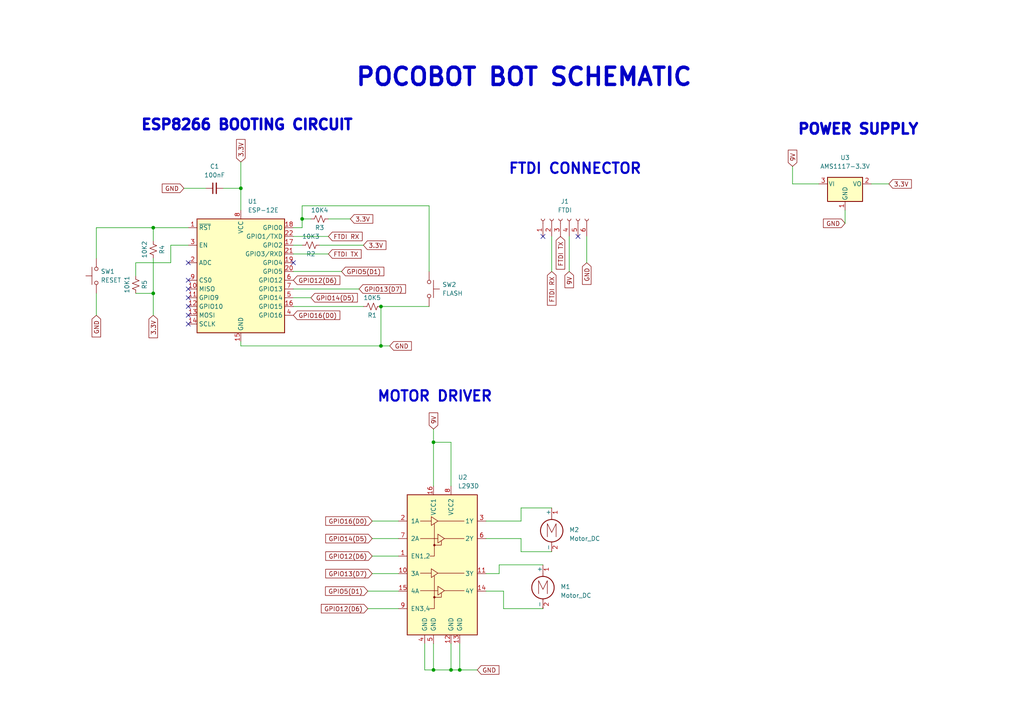
<source format=kicad_sch>
(kicad_sch (version 20211123) (generator eeschema)
  (paper "A4")
  (lib_symbols
    (symbol "Connector:Conn_01x06_Female" (pin_names (offset 1.016) hide)
      (property "Reference" "J" (at 0 7.62 0))
      (property "Value" "Conn_01x06_Female" (at 0 -10.16 0))
      (symbol "Conn_01x06_Female_1_1"
        (arc (start 0 -7.112) (mid -0.508 -7.62) (end 0 -8.128) (stroke (width 0.1524)))
        (arc (start 0 -4.572) (mid -0.508 -5.08) (end 0 -5.588) (stroke (width 0.1524)))
        (arc (start 0 -2.032) (mid -0.508 -2.54) (end 0 -3.048) (stroke (width 0.1524)))
        (polyline (pts (xy -1.27 -7.62) (xy -0.508 -7.62)) (stroke (width 0.1524)))
        (polyline (pts (xy -1.27 -5.08) (xy -0.508 -5.08)) (stroke (width 0.1524)))
        (polyline (pts (xy -1.27 -2.54) (xy -0.508 -2.54)) (stroke (width 0.1524)))
        (polyline (pts (xy -1.27 0) (xy -0.508 0)) (stroke (width 0.1524)))
        (polyline (pts (xy -1.27 2.54) (xy -0.508 2.54)) (stroke (width 0.1524)))
        (polyline (pts (xy -1.27 5.08) (xy -0.508 5.08)) (stroke (width 0.1524)))
        (arc (start 0 0.508) (mid -0.508 0) (end 0 -0.508) (stroke (width 0.1524)))
        (arc (start 0 3.048) (mid -0.508 2.54) (end 0 2.032) (stroke (width 0.1524)))
        (arc (start 0 5.588) (mid -0.508 5.08) (end 0 4.572) (stroke (width 0.1524)))
        (pin passive line (at -5.08 5.08 0) (length 3.81) (name "Pin_1") (number "1"))
        (pin passive line (at -5.08 2.54 0) (length 3.81) (name "Pin_2") (number "2"))
        (pin passive line (at -5.08 0 0) (length 3.81) (name "Pin_3") (number "3"))
        (pin passive line (at -5.08 -2.54 0) (length 3.81) (name "Pin_4") (number "4"))
        (pin passive line (at -5.08 -5.08 0) (length 3.81) (name "Pin_5") (number "5"))
        (pin passive line (at -5.08 -7.62 0) (length 3.81) (name "Pin_6") (number "6"))
      )
    )
    (symbol "Device:C_Small" (pin_numbers hide) (pin_names (offset 0.254) hide)
      (property "Reference" "C" (at 0.254 1.778 0))
      (property "Value" "C_Small" (at 0.254 -2.032 0))
      (symbol "C_Small_0_1"
        (polyline (pts (xy -1.524 -0.508) (xy 1.524 -0.508)) (stroke (width 0.3302)))
        (polyline (pts (xy -1.524 0.508) (xy 1.524 0.508)) (stroke (width 0.3048)))
      )
      (symbol "C_Small_1_1"
        (pin passive line (at 0 2.54 270) (length 2.032) (name "~") (number "1"))
        (pin passive line (at 0 -2.54 90) (length 2.032) (name "~") (number "2"))
      )
    )
    (symbol "Device:R_Small_US" (pin_numbers hide) (pin_names (offset 0.254) hide)
      (property "Reference" "R" (at 0.762 0.508 0))
      (property "Value" "R_Small_US" (at 0.762 -1.016 0))
      (symbol "R_Small_US_1_1"
        (polyline (pts (xy 0 0) (xy 1.016 -0.381) (xy 0 -0.762) (xy -1.016 -1.143) (xy 0 -1.524)))
        (polyline (pts (xy 0 1.524) (xy 1.016 1.143) (xy 0 0.762) (xy -1.016 0.381) (xy 0 0)))
        (pin passive line (at 0 2.54 270) (length 1.016) (name "~") (number "1"))
        (pin passive line (at 0 -2.54 90) (length 1.016) (name "~") (number "2"))
      )
    )
    (symbol "Driver_Motor:L293D" (pin_names (offset 1.016))
      (property "Reference" "U" (at -5.08 26.035 0))
      (property "Value" "L293D" (at -5.08 24.13 0))
      (symbol "L293D_0_1"
        (rectangle (start -10.16 22.86) (end 10.16 -17.78) (stroke (width 0.254)) (fill (type background)))
        (circle (center -2.286 -6.858) (radius 0.254) (fill (type outline)))
        (circle (center -2.286 8.255) (radius 0.254) (fill (type outline)))
        (polyline (pts (xy -6.35 -4.953) (xy -1.27 -4.953)))
        (polyline (pts (xy -6.35 0.127) (xy -3.175 0.127)))
        (polyline (pts (xy -6.35 10.16) (xy -1.27 10.16)))
        (polyline (pts (xy -6.35 15.24) (xy -3.175 15.24)))
        (polyline (pts (xy -1.27 0.127) (xy 6.35 0.127)))
        (polyline (pts (xy -1.27 15.24) (xy 6.35 15.24)))
        (polyline (pts (xy 0.635 -4.953) (xy 6.35 -4.953)))
        (polyline (pts (xy 0.635 10.16) (xy 6.35 10.16)))
        (polyline (pts (xy -2.286 -6.858) (xy -0.254 -6.858) (xy -0.254 -5.588)))
        (polyline (pts (xy -2.286 -0.635) (xy -2.286 -10.16) (xy -3.556 -10.16)))
        (polyline (pts (xy -2.286 8.255) (xy -0.254 8.255) (xy -0.254 9.525)))
        (polyline (pts (xy -2.286 14.478) (xy -2.286 5.08) (xy -3.556 5.08)))
        (polyline (pts (xy -3.175 1.397) (xy -3.175 -1.143) (xy -1.27 0.127) (xy -3.175 1.397)))
        (polyline (pts (xy -3.175 16.51) (xy -3.175 13.97) (xy -1.27 15.24) (xy -3.175 16.51)))
        (polyline (pts (xy -1.27 -3.683) (xy -1.27 -6.223) (xy 0.635 -4.953) (xy -1.27 -3.683)))
        (polyline (pts (xy -1.27 11.43) (xy -1.27 8.89) (xy 0.635 10.16) (xy -1.27 11.43)))
      )
      (symbol "L293D_1_1"
        (pin input line (at -12.7 5.08 0) (length 2.54) (name "EN1,2") (number "1"))
        (pin input line (at -12.7 0 0) (length 2.54) (name "3A") (number "10"))
        (pin output line (at 12.7 0 180) (length 2.54) (name "3Y") (number "11"))
        (pin power_in line (at 2.54 -20.32 90) (length 2.54) (name "GND") (number "12"))
        (pin power_in line (at 5.08 -20.32 90) (length 2.54) (name "GND") (number "13"))
        (pin output line (at 12.7 -5.08 180) (length 2.54) (name "4Y") (number "14"))
        (pin input line (at -12.7 -5.08 0) (length 2.54) (name "4A") (number "15"))
        (pin power_in line (at -2.54 25.4 270) (length 2.54) (name "VCC1") (number "16"))
        (pin input line (at -12.7 15.24 0) (length 2.54) (name "1A") (number "2"))
        (pin output line (at 12.7 15.24 180) (length 2.54) (name "1Y") (number "3"))
        (pin power_in line (at -5.08 -20.32 90) (length 2.54) (name "GND") (number "4"))
        (pin power_in line (at -2.54 -20.32 90) (length 2.54) (name "GND") (number "5"))
        (pin output line (at 12.7 10.16 180) (length 2.54) (name "2Y") (number "6"))
        (pin input line (at -12.7 10.16 0) (length 2.54) (name "2A") (number "7"))
        (pin power_in line (at 2.54 25.4 270) (length 2.54) (name "VCC2") (number "8"))
        (pin input line (at -12.7 -10.16 0) (length 2.54) (name "EN3,4") (number "9"))
      )
    )
    (symbol "Motor:Motor_DC" (pin_names (offset 0))
      (property "Reference" "M" (at 2.54 2.54 0))
      (property "Value" "Motor_DC" (at 2.54 -5.08 0))
      (symbol "Motor_DC_0_0"
        (polyline (pts (xy -1.27 -3.302) (xy -1.27 0.508) (xy 0 -2.032) (xy 1.27 0.508) (xy 1.27 -3.302)))
      )
      (symbol "Motor_DC_0_1"
        (circle (center 0 -1.524) (radius 3.2512) (stroke (width 0.254)))
        (polyline (pts (xy 0 -7.62) (xy 0 -7.112)))
        (polyline (pts (xy 0 -4.7752) (xy 0 -5.1816)))
        (polyline (pts (xy 0 1.7272) (xy 0 2.0828)))
        (polyline (pts (xy 0 2.032) (xy 0 2.54)))
      )
      (symbol "Motor_DC_1_1"
        (pin passive line (at 0 5.08 270) (length 2.54) (name "+") (number "1"))
        (pin passive line (at 0 -7.62 90) (length 2.54) (name "-") (number "2"))
      )
    )
    (symbol "RF_Module:ESP-12E"
      (property "Reference" "U" (at -12.7 19.05 0))
      (property "Value" "ESP-12E" (at 12.7 19.05 0))
      (symbol "ESP-12E_0_1"
        (rectangle (start -12.7 17.78) (end 12.7 -15.24) (stroke (width 0.254)) (fill (type background)))
      )
      (symbol "ESP-12E_1_1"
        (pin input line (at -15.24 15.24 0) (length 2.54) (name "~{RST}") (number "1"))
        (pin bidirectional line (at -15.24 -2.54 0) (length 2.54) (name "MISO") (number "10"))
        (pin bidirectional line (at -15.24 -5.08 0) (length 2.54) (name "GPIO9") (number "11"))
        (pin bidirectional line (at -15.24 -7.62 0) (length 2.54) (name "GPIO10") (number "12"))
        (pin bidirectional line (at -15.24 -10.16 0) (length 2.54) (name "MOSI") (number "13"))
        (pin bidirectional line (at -15.24 -12.7 0) (length 2.54) (name "SCLK") (number "14"))
        (pin power_in line (at 0 -17.78 90) (length 2.54) (name "GND") (number "15"))
        (pin bidirectional line (at 15.24 -7.62 180) (length 2.54) (name "GPIO15") (number "16"))
        (pin bidirectional line (at 15.24 10.16 180) (length 2.54) (name "GPIO2") (number "17"))
        (pin bidirectional line (at 15.24 15.24 180) (length 2.54) (name "GPIO0") (number "18"))
        (pin bidirectional line (at 15.24 5.08 180) (length 2.54) (name "GPIO4") (number "19"))
        (pin input line (at -15.24 5.08 0) (length 2.54) (name "ADC") (number "2"))
        (pin bidirectional line (at 15.24 2.54 180) (length 2.54) (name "GPIO5") (number "20"))
        (pin bidirectional line (at 15.24 7.62 180) (length 2.54) (name "GPIO3/RXD") (number "21"))
        (pin bidirectional line (at 15.24 12.7 180) (length 2.54) (name "GPIO1/TXD") (number "22"))
        (pin input line (at -15.24 10.16 0) (length 2.54) (name "EN") (number "3"))
        (pin bidirectional line (at 15.24 -10.16 180) (length 2.54) (name "GPIO16") (number "4"))
        (pin bidirectional line (at 15.24 -5.08 180) (length 2.54) (name "GPIO14") (number "5"))
        (pin bidirectional line (at 15.24 0 180) (length 2.54) (name "GPIO12") (number "6"))
        (pin bidirectional line (at 15.24 -2.54 180) (length 2.54) (name "GPIO13") (number "7"))
        (pin power_in line (at 0 20.32 270) (length 2.54) (name "VCC") (number "8"))
        (pin input line (at -15.24 0 0) (length 2.54) (name "CS0") (number "9"))
      )
    )
    (symbol "Regulator_Linear:AMS1117-3.3" (pin_names (offset 0.254))
      (property "Reference" "U" (at -3.81 3.175 0))
      (property "Value" "AMS1117-3.3" (at 0 3.175 0))
      (symbol "AMS1117-3.3_0_1"
        (rectangle (start -5.08 -5.08) (end 5.08 1.905) (stroke (width 0.254)) (fill (type background)))
      )
      (symbol "AMS1117-3.3_1_1"
        (pin power_in line (at 0 -7.62 90) (length 2.54) (name "GND") (number "1"))
        (pin power_out line (at 7.62 0 180) (length 2.54) (name "VO") (number "2"))
        (pin power_in line (at -7.62 0 0) (length 2.54) (name "VI") (number "3"))
      )
    )
    (symbol "Switch:SW_MEC_5G" (pin_numbers hide) (pin_names (offset 1.016) hide)
      (property "Reference" "SW" (at 1.27 2.54 0))
      (property "Value" "SW_MEC_5G" (at 0 -1.524 0))
      (symbol "SW_MEC_5G_0_1"
        (circle (center -2.032 0) (radius 0.508))
        (polyline (pts (xy 0 1.27) (xy 0 3.048)))
        (polyline (pts (xy 2.54 1.27) (xy -2.54 1.27)))
        (circle (center 2.032 0) (radius 0.508))
        (pin passive line (at -5.08 0 0) (length 2.54) (name "A") (number "1"))
        (pin passive line (at 5.08 0 180) (length 2.54) (name "B") (number "3"))
      )
      (symbol "SW_MEC_5G_1_1"
        (pin passive line (at -5.08 0 0) (length 2.54) hide (name "A") (number "2"))
        (pin passive line (at 5.08 0 180) (length 2.54) hide (name "B") (number "4"))
      )
    )
  )
  (junction (at 44.45 66.04))
  (junction (at 110.49 88.9))
  (junction (at 87.63 63.5))
  (junction (at 125.73 194.31))
  (junction (at 69.85 54.61))
  (junction (at 44.45 85.09))
  (junction (at 110.49 100.33))
  (junction (at 133.35 194.31))
  (junction (at 130.81 194.31))
  (junction (at 125.73 128.27))
  (no_connect (at 54.61 76.2))
  (no_connect (at 85.09 76.2))
  (no_connect (at 54.61 91.44))
  (no_connect (at 54.61 81.28))
  (no_connect (at 54.61 86.36))
  (no_connect (at 167.64 68.58))
  (no_connect (at 157.48 68.58))
  (no_connect (at 54.61 88.9))
  (no_connect (at 54.61 93.98))
  (no_connect (at 54.61 83.82))
  (wire (pts (xy 123.19 194.31) (xy 125.73 194.31)))
  (wire (pts (xy 69.85 46.99) (xy 69.85 54.61)))
  (wire (pts (xy 146.05 171.45) (xy 140.97 171.45)))
  (wire (pts (xy 125.73 140.97) (xy 125.73 128.27)))
  (wire (pts (xy 39.37 76.2) (xy 49.53 76.2)))
  (wire (pts (xy 85.09 73.66) (xy 95.25 73.66)))
  (wire (pts (xy 39.37 80.01) (xy 39.37 76.2)))
  (wire (pts (xy 44.45 66.04) (xy 44.45 69.85)))
  (wire (pts (xy 85.09 68.58) (xy 95.25 68.58)))
  (wire (pts (xy 107.95 156.21) (xy 115.57 156.21)))
  (wire (pts (xy 85.09 86.36) (xy 90.17 86.36)))
  (wire (pts (xy 144.78 166.37) (xy 140.97 166.37)))
  (wire (pts (xy 110.49 88.9) (xy 110.49 100.33)))
  (wire (pts (xy 49.53 71.12) (xy 54.61 71.12)))
  (wire (pts (xy 87.63 66.04) (xy 87.63 63.5)))
  (wire (pts (xy 110.49 100.33) (xy 113.03 100.33)))
  (wire (pts (xy 64.77 54.61) (xy 69.85 54.61)))
  (wire (pts (xy 27.94 85.09) (xy 27.94 91.44)))
  (wire (pts (xy 87.63 63.5) (xy 90.17 63.5)))
  (wire (pts (xy 151.13 160.02) (xy 151.13 156.21)))
  (wire (pts (xy 107.95 166.37) (xy 115.57 166.37)))
  (wire (pts (xy 151.13 147.32) (xy 160.02 147.32)))
  (wire (pts (xy 123.19 186.69) (xy 123.19 194.31)))
  (wire (pts (xy 27.94 74.93) (xy 27.94 66.04)))
  (wire (pts (xy 44.45 74.93) (xy 44.45 85.09)))
  (wire (pts (xy 69.85 99.06) (xy 69.85 100.33)))
  (wire (pts (xy 125.73 124.46) (xy 125.73 128.27)))
  (wire (pts (xy 170.18 76.2) (xy 170.18 68.58)))
  (wire (pts (xy 160.02 78.74) (xy 160.02 68.58)))
  (wire (pts (xy 53.34 54.61) (xy 59.69 54.61)))
  (wire (pts (xy 69.85 100.33) (xy 110.49 100.33)))
  (wire (pts (xy 125.73 186.69) (xy 125.73 194.31)))
  (wire (pts (xy 99.06 78.74) (xy 85.09 78.74)))
  (wire (pts (xy 125.73 194.31) (xy 130.81 194.31)))
  (wire (pts (xy 157.48 176.53) (xy 146.05 176.53)))
  (wire (pts (xy 85.09 88.9) (xy 105.41 88.9)))
  (wire (pts (xy 106.68 171.45) (xy 115.57 171.45)))
  (wire (pts (xy 85.09 83.82) (xy 104.14 83.82)))
  (wire (pts (xy 144.78 163.83) (xy 144.78 166.37)))
  (wire (pts (xy 87.63 59.69) (xy 124.46 59.69)))
  (wire (pts (xy 106.68 176.53) (xy 115.57 176.53)))
  (wire (pts (xy 44.45 85.09) (xy 39.37 85.09)))
  (wire (pts (xy 95.25 63.5) (xy 101.6 63.5)))
  (wire (pts (xy 69.85 54.61) (xy 69.85 60.96)))
  (wire (pts (xy 151.13 151.13) (xy 151.13 147.32)))
  (wire (pts (xy 85.09 71.12) (xy 87.63 71.12)))
  (wire (pts (xy 130.81 194.31) (xy 133.35 194.31)))
  (wire (pts (xy 151.13 156.21) (xy 140.97 156.21)))
  (wire (pts (xy 27.94 66.04) (xy 44.45 66.04)))
  (wire (pts (xy 237.49 53.34) (xy 229.87 53.34)))
  (wire (pts (xy 44.45 66.04) (xy 54.61 66.04)))
  (wire (pts (xy 124.46 78.74) (xy 124.46 59.69)))
  (wire (pts (xy 49.53 76.2) (xy 49.53 71.12)))
  (wire (pts (xy 107.95 151.13) (xy 115.57 151.13)))
  (wire (pts (xy 252.73 53.34) (xy 257.81 53.34)))
  (wire (pts (xy 133.35 186.69) (xy 133.35 194.31)))
  (wire (pts (xy 160.02 160.02) (xy 151.13 160.02)))
  (wire (pts (xy 110.49 88.9) (xy 124.46 88.9)))
  (wire (pts (xy 140.97 151.13) (xy 151.13 151.13)))
  (wire (pts (xy 130.81 128.27) (xy 125.73 128.27)))
  (wire (pts (xy 92.71 71.12) (xy 105.41 71.12)))
  (wire (pts (xy 157.48 163.83) (xy 144.78 163.83)))
  (wire (pts (xy 146.05 176.53) (xy 146.05 171.45)))
  (wire (pts (xy 87.63 59.69) (xy 87.63 63.5)))
  (wire (pts (xy 229.87 53.34) (xy 229.87 48.26)))
  (wire (pts (xy 133.35 194.31) (xy 138.43 194.31)))
  (wire (pts (xy 130.81 186.69) (xy 130.81 194.31)))
  (wire (pts (xy 107.95 161.29) (xy 115.57 161.29)))
  (wire (pts (xy 44.45 85.09) (xy 44.45 91.44)))
  (wire (pts (xy 85.09 66.04) (xy 87.63 66.04)))
  (wire (pts (xy 130.81 140.97) (xy 130.81 128.27)))
  (wire (pts (xy 165.1 78.74) (xy 165.1 68.58)))
  (wire (pts (xy 245.11 64.77) (xy 245.11 60.96)))
  (text "POWER SUPPLY\n" (at 231.14 39.37 0) (effects (font (size 3 3) (thickness 1) bold) (justify left bottom)))
  (text "FTDI CONNECTOR\n" (at 147.32 50.8 0) (effects (font (size 3 3) bold) (justify left bottom)))
  (text "MOTOR DRIVER\n" (at 109.22 116.84 0) (effects (font (size 3 3) (thickness 0.6) bold) (justify left bottom)))
  (text "POCOBOT BOT SCHEMATIC" (at 102.87 25.4 0) (effects (font (size 5 5) (thickness 1) bold) (justify left bottom)))
  (text "ESP8266 BOOTING CIRCUIT" (at 40.64 38.1 0) (effects (font (size 3 3) (thickness 1) bold) (justify left bottom)))
  (global_label "3.3V" (shape input) (at 257.81 53.34 0) (property "Intersheet References" "${INTERSHEET_REFS}" (effects hide)))
  (global_label "9V" (shape input) (at 125.73 124.46 90) (property "Intersheet References" "${INTERSHEET_REFS}" (effects hide)))
  (global_label "GPIO5(D1)" (shape input) (at 99.06 78.74 0) (property "Intersheet References" "${INTERSHEET_REFS}" (effects hide)))
  (global_label "GND" (shape input) (at 245.11 64.77 180) (property "Intersheet References" "${INTERSHEET_REFS}" (effects hide)))
  (global_label "GND" (shape input) (at 138.43 194.31 0) (property "Intersheet References" "${INTERSHEET_REFS}" (effects hide)))
  (global_label "GPIO14(D5)" (shape input) (at 90.17 86.36 0) (property "Intersheet References" "${INTERSHEET_REFS}" (effects hide)))
  (global_label "FTDI TX" (shape input) (at 162.56 68.58 270) (property "Intersheet References" "${INTERSHEET_REFS}" (effects hide)))
  (global_label "9V" (shape input) (at 229.87 48.26 90) (property "Intersheet References" "${INTERSHEET_REFS}" (effects hide)))
  (global_label "3.3V" (shape input) (at 101.6 63.5 0) (property "Intersheet References" "${INTERSHEET_REFS}" (effects hide)))
  (global_label "FTDI RX" (shape input) (at 160.02 78.74 270) (property "Intersheet References" "${INTERSHEET_REFS}" (effects hide)))
  (global_label "FTDI TX" (shape input) (at 95.25 73.66 0) (property "Intersheet References" "${INTERSHEET_REFS}" (effects hide)))
  (global_label "3.3V" (shape input) (at 69.85 46.99 90) (property "Intersheet References" "${INTERSHEET_REFS}" (effects hide)))
  (global_label "GPIO12(D6)" (shape input) (at 106.68 176.53 180) (property "Intersheet References" "${INTERSHEET_REFS}" (effects hide)))
  (global_label "FTDI RX" (shape input) (at 95.25 68.58 0) (property "Intersheet References" "${INTERSHEET_REFS}" (effects hide)))
  (global_label "GND" (shape input) (at 170.18 76.2 270) (property "Intersheet References" "${INTERSHEET_REFS}" (effects hide)))
  (global_label "GPIO16(D0)" (shape input) (at 85.09 91.44 0) (property "Intersheet References" "${INTERSHEET_REFS}" (effects hide)))
  (global_label "GPIO12(D6)" (shape input) (at 85.09 81.28 0) (property "Intersheet References" "${INTERSHEET_REFS}" (effects hide)))
  (global_label "GPIO12(D6)" (shape input) (at 107.95 161.29 180) (property "Intersheet References" "${INTERSHEET_REFS}" (effects hide)))
  (global_label "GPIO16(D0)" (shape input) (at 107.95 151.13 180) (property "Intersheet References" "${INTERSHEET_REFS}" (effects hide)))
  (global_label "3.3V" (shape input) (at 105.41 71.12 0) (property "Intersheet References" "${INTERSHEET_REFS}" (effects hide)))
  (global_label "GND" (shape input) (at 53.34 54.61 180) (property "Intersheet References" "${INTERSHEET_REFS}" (effects hide)))
  (global_label "9V" (shape input) (at 165.1 78.74 270) (property "Intersheet References" "${INTERSHEET_REFS}" (effects hide)))
  (global_label "GPIO13(D7)" (shape input) (at 104.14 83.82 0) (property "Intersheet References" "${INTERSHEET_REFS}" (effects hide)))
  (global_label "GND" (shape input) (at 113.03 100.33 0) (property "Intersheet References" "${INTERSHEET_REFS}" (effects hide)))
  (global_label "GPIO14(D5)" (shape input) (at 107.95 156.21 180) (property "Intersheet References" "${INTERSHEET_REFS}" (effects hide)))
  (global_label "GPIO5(D1)" (shape input) (at 106.68 171.45 180) (property "Intersheet References" "${INTERSHEET_REFS}" (effects hide)))
  (global_label "3.3V" (shape input) (at 44.45 91.44 270) (property "Intersheet References" "${INTERSHEET_REFS}" (effects hide)))
  (global_label "GND" (shape input) (at 27.94 91.44 270) (property "Intersheet References" "${INTERSHEET_REFS}" (effects hide)))
  (global_label "GPIO13(D7)" (shape input) (at 107.95 166.37 180) (property "Intersheet References" "${INTERSHEET_REFS}" (effects hide)))
  (symbol (lib_id "Device:C_Small") (at 62.23 54.61 90) (unit 1)
    (property "Reference" "C1" (at 62.2363 48.26 90))
    (property "Value" "100nF" (at 62.2363 50.8 90))
    (property "Footprint" "Capacitor_SMD:C_0805_2012Metric" (effects hide))
  )
  (symbol (lib_id "Device:R_Small_US") (at 90.17 71.12 90) (unit 1)
    (property "Reference" "10K3" (at 90.17 68.58 90))
    (property "Value" "R2" (at 90.17 73.66 90))
    (property "Footprint" "Resistor_SMD:R_0805_2012Metric" (effects hide))
  )
  (symbol (lib_id "Switch:SW_MEC_5G") (at 27.94 80.01 90) (unit 1)
    (property "Reference" "SW1" (at 29.21 78.7399 90) (effects (justify right)))
    (property "Value" "RESET" (at 29.21 81.2799 90) (effects (justify right)))
    (property "Footprint" "Button_Switch_SMD:SW_SPST_Omron_B3FS-105xP" (effects hide))
    (property "Datasheet" "http://www.apem.com/int/index.php?controller=attachment&id_attachment=488" (effects hide))
  )
  (symbol (lib_id "Device:R_Small_US") (at 92.71 63.5 90) (unit 1)
    (property "Reference" "10K4" (at 92.71 60.96 90))
    (property "Value" "R3" (at 92.71 66.04 90))
    (property "Footprint" "Resistor_SMD:R_0805_2012Metric" (effects hide))
  )
  (symbol (lib_id "Motor:Motor_DC") (at 157.48 168.91 0) (unit 1)
    (property "Reference" "M1" (at 162.56 170.1799 0) (effects (justify left)))
    (property "Value" "Motor_DC" (at 162.56 172.7199 0) (effects (justify left)))
    (property "Footprint" "TerminalBlock_4Ucon:TerminalBlock_4Ucon_1x02_P3.50mm_Horizontal" (effects hide))
  )
  (symbol (lib_id "Regulator_Linear:AMS1117-3.3") (at 245.11 53.34 0) (unit 1)
    (property "Reference" "U3" (at 245.11 45.72 0))
    (property "Value" "AMS1117-3.3V" (at 245.11 48.26 0))
    (property "Footprint" "Package_TO_SOT_SMD:SOT-223-3_TabPin2" (effects hide))
    (property "Datasheet" "http://www.advanced-monolithic.com/pdf/ds1117.pdf" (effects hide))
  )
  (symbol (lib_id "Connector:Conn_01x06_Female") (at 162.56 63.5 90) (unit 1)
    (property "Reference" "J1" (at 163.83 58.42 90))
    (property "Value" "FTDI" (at 163.83 60.96 90))
    (property "Footprint" "Connector_JST:JST_EH_S6B-EH_1x06_P2.50mm_Horizontal" (effects hide))
  )
  (symbol (lib_id "RF_Module:ESP-12E") (at 69.85 81.28 0) (unit 1)
    (property "Reference" "U1" (at 71.8694 58.42 0) (effects (justify left)))
    (property "Value" "ESP-12E" (at 71.8694 60.96 0) (effects (justify left)))
    (property "Footprint" "RF_Module:ESP-12E" (effects hide))
    (property "Datasheet" "http://wiki.ai-thinker.com/_media/esp8266/esp8266_series_modules_user_manual_v1.1.pdf" (effects hide))
  )
  (symbol (lib_id "Motor:Motor_DC") (at 160.02 152.4 0) (unit 1)
    (property "Reference" "M2" (at 165.1 153.6699 0) (effects (justify left)))
    (property "Value" "Motor_DC" (at 165.1 156.2099 0) (effects (justify left)))
    (property "Footprint" "TerminalBlock_4Ucon:TerminalBlock_4Ucon_1x02_P3.50mm_Horizontal" (effects hide))
  )
  (symbol (lib_id "Device:R_Small_US") (at 107.95 88.9 90) (unit 1)
    (property "Reference" "10K5" (at 107.95 86.36 90))
    (property "Value" "R1" (at 107.95 91.44 90))
    (property "Footprint" "Resistor_SMD:R_0805_2012Metric" (effects hide))
  )
  (symbol (lib_id "Switch:SW_MEC_5G") (at 124.46 83.82 270) (unit 1)
    (property "Reference" "SW2" (at 128.27 82.5499 90) (effects (justify left)))
    (property "Value" "FLASH" (at 128.27 85.0899 90) (effects (justify left)))
    (property "Footprint" "Button_Switch_SMD:SW_SPST_Omron_B3FS-105xP" (effects hide))
    (property "Datasheet" "http://www.apem.com/int/index.php?controller=attachment&id_attachment=488" (effects hide))
  )
  (symbol (lib_id "Device:R_Small_US") (at 44.45 72.39 180) (unit 1)
    (property "Reference" "10K2" (at 41.91 72.39 90))
    (property "Value" "R4" (at 46.99 72.39 90))
    (property "Footprint" "Resistor_SMD:R_0805_2012Metric" (effects hide))
  )
  (symbol (lib_id "Driver_Motor:L293D") (at 128.27 166.37 0) (unit 1)
    (property "Reference" "U2" (at 132.8294 138.43 0) (effects (justify left)))
    (property "Value" "L293D" (at 132.8294 140.97 0) (effects (justify left)))
    (property "Footprint" "Package_DIP:DIP-16_W7.62mm" (effects hide))
    (property "Datasheet" "http://www.ti.com/lit/ds/symlink/l293.pdf" (effects hide))
  )
  (symbol (lib_id "Device:R_Small_US") (at 39.37 82.55 180) (unit 1)
    (property "Reference" "10K1" (at 36.83 82.55 90))
    (property "Value" "R5" (at 41.91 82.55 90))
    (property "Footprint" "Resistor_SMD:R_0805_2012Metric" (effects hide))
  )
)
</source>
